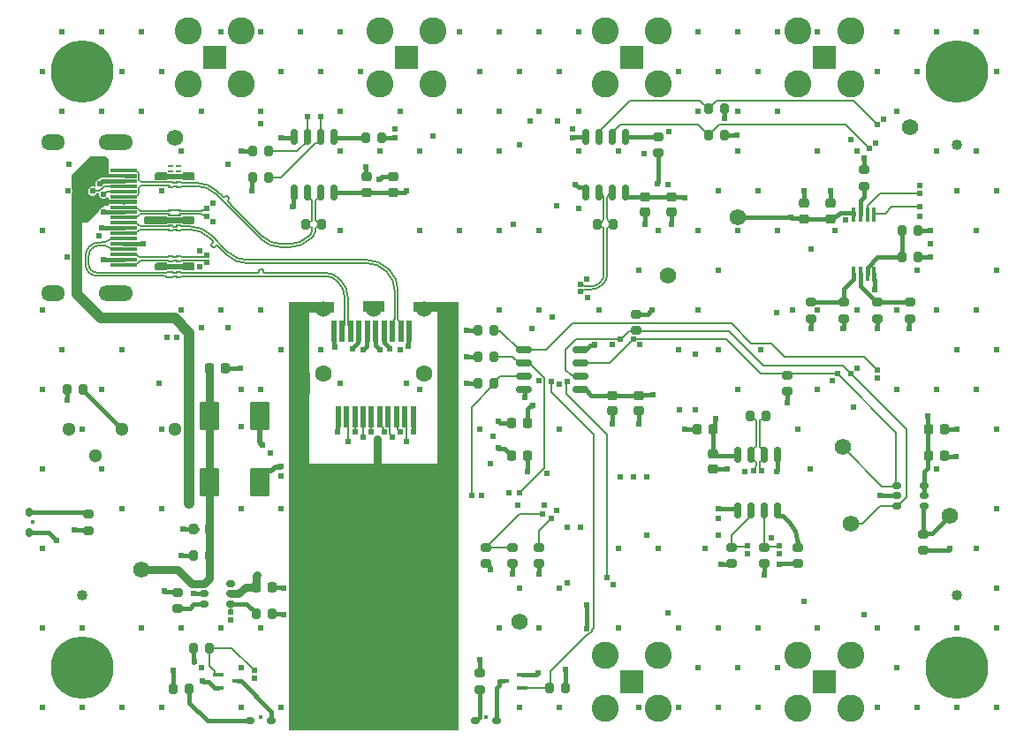
<source format=gbr>
G04*
G04 #@! TF.GenerationSoftware,Altium Limited,Altium Designer,24.8.2 (39)*
G04*
G04 Layer_Physical_Order=1*
G04 Layer_Color=255*
%FSLAX25Y25*%
%MOIN*%
G70*
G04*
G04 #@! TF.SameCoordinates,D82A07EB-257E-4463-BA9E-A140894E8D54*
G04*
G04*
G04 #@! TF.FilePolarity,Positive*
G04*
G01*
G75*
%ADD13C,0.01500*%
%ADD17C,0.02000*%
G04:AMPARAMS|DCode=24|XSize=75mil|YSize=109.84mil|CornerRadius=9.38mil|HoleSize=0mil|Usage=FLASHONLY|Rotation=0.000|XOffset=0mil|YOffset=0mil|HoleType=Round|Shape=RoundedRectangle|*
%AMROUNDEDRECTD24*
21,1,0.07500,0.09109,0,0,0.0*
21,1,0.05625,0.10984,0,0,0.0*
1,1,0.01875,0.02813,-0.04555*
1,1,0.01875,-0.02813,-0.04555*
1,1,0.01875,-0.02813,0.04555*
1,1,0.01875,0.02813,0.04555*
%
%ADD24ROUNDEDRECTD24*%
G04:AMPARAMS|DCode=25|XSize=32.76mil|YSize=25.08mil|CornerRadius=6.27mil|HoleSize=0mil|Usage=FLASHONLY|Rotation=180.000|XOffset=0mil|YOffset=0mil|HoleType=Round|Shape=RoundedRectangle|*
%AMROUNDEDRECTD25*
21,1,0.03276,0.01254,0,0,180.0*
21,1,0.02022,0.02508,0,0,180.0*
1,1,0.01254,-0.01011,0.00627*
1,1,0.01254,0.01011,0.00627*
1,1,0.01254,0.01011,-0.00627*
1,1,0.01254,-0.01011,-0.00627*
%
%ADD25ROUNDEDRECTD25*%
G04:AMPARAMS|DCode=26|XSize=42.91mil|YSize=14.96mil|CornerRadius=3.97mil|HoleSize=0mil|Usage=FLASHONLY|Rotation=180.000|XOffset=0mil|YOffset=0mil|HoleType=Round|Shape=RoundedRectangle|*
%AMROUNDEDRECTD26*
21,1,0.04291,0.00703,0,0,180.0*
21,1,0.03498,0.01496,0,0,180.0*
1,1,0.00793,-0.01749,0.00352*
1,1,0.00793,0.01749,0.00352*
1,1,0.00793,0.01749,-0.00352*
1,1,0.00793,-0.01749,-0.00352*
%
%ADD26ROUNDEDRECTD26*%
G04:AMPARAMS|DCode=27|XSize=53.54mil|YSize=15.35mil|CornerRadius=3.92mil|HoleSize=0mil|Usage=FLASHONLY|Rotation=90.000|XOffset=0mil|YOffset=0mil|HoleType=Round|Shape=RoundedRectangle|*
%AMROUNDEDRECTD27*
21,1,0.05354,0.00752,0,0,90.0*
21,1,0.04571,0.01535,0,0,90.0*
1,1,0.00783,0.00376,0.02286*
1,1,0.00783,0.00376,-0.02286*
1,1,0.00783,-0.00376,-0.02286*
1,1,0.00783,-0.00376,0.02286*
%
%ADD27ROUNDEDRECTD27*%
G04:AMPARAMS|DCode=28|XSize=61.02mil|YSize=23.62mil|CornerRadius=5.91mil|HoleSize=0mil|Usage=FLASHONLY|Rotation=180.000|XOffset=0mil|YOffset=0mil|HoleType=Round|Shape=RoundedRectangle|*
%AMROUNDEDRECTD28*
21,1,0.06102,0.01181,0,0,180.0*
21,1,0.04921,0.02362,0,0,180.0*
1,1,0.01181,-0.02461,0.00591*
1,1,0.01181,0.02461,0.00591*
1,1,0.01181,0.02461,-0.00591*
1,1,0.01181,-0.02461,-0.00591*
%
%ADD28ROUNDEDRECTD28*%
G04:AMPARAMS|DCode=29|XSize=32.28mil|YSize=38.58mil|CornerRadius=8.23mil|HoleSize=0mil|Usage=FLASHONLY|Rotation=180.000|XOffset=0mil|YOffset=0mil|HoleType=Round|Shape=RoundedRectangle|*
%AMROUNDEDRECTD29*
21,1,0.03228,0.02212,0,0,180.0*
21,1,0.01582,0.03858,0,0,180.0*
1,1,0.01647,-0.00791,0.01106*
1,1,0.01647,0.00791,0.01106*
1,1,0.01647,0.00791,-0.01106*
1,1,0.01647,-0.00791,-0.01106*
%
%ADD29ROUNDEDRECTD29*%
%ADD30R,0.01870X0.00787*%
%ADD31R,0.10236X0.01181*%
G04:AMPARAMS|DCode=32|XSize=15.75mil|YSize=15.75mil|CornerRadius=3.94mil|HoleSize=0mil|Usage=FLASHONLY|Rotation=180.000|XOffset=0mil|YOffset=0mil|HoleType=Round|Shape=RoundedRectangle|*
%AMROUNDEDRECTD32*
21,1,0.01575,0.00787,0,0,180.0*
21,1,0.00787,0.01575,0,0,180.0*
1,1,0.00787,-0.00394,0.00394*
1,1,0.00787,0.00394,0.00394*
1,1,0.00787,0.00394,-0.00394*
1,1,0.00787,-0.00394,-0.00394*
%
%ADD32ROUNDEDRECTD32*%
G04:AMPARAMS|DCode=33|XSize=31.5mil|YSize=27.56mil|CornerRadius=6.89mil|HoleSize=0mil|Usage=FLASHONLY|Rotation=180.000|XOffset=0mil|YOffset=0mil|HoleType=Round|Shape=RoundedRectangle|*
%AMROUNDEDRECTD33*
21,1,0.03150,0.01378,0,0,180.0*
21,1,0.01772,0.02756,0,0,180.0*
1,1,0.01378,-0.00886,0.00689*
1,1,0.01378,0.00886,0.00689*
1,1,0.01378,0.00886,-0.00689*
1,1,0.01378,-0.00886,-0.00689*
%
%ADD33ROUNDEDRECTD33*%
%ADD34R,0.01968X0.07874*%
G04:AMPARAMS|DCode=35|XSize=34.25mil|YSize=38.19mil|CornerRadius=8.73mil|HoleSize=0mil|Usage=FLASHONLY|Rotation=90.000|XOffset=0mil|YOffset=0mil|HoleType=Round|Shape=RoundedRectangle|*
%AMROUNDEDRECTD35*
21,1,0.03425,0.02072,0,0,90.0*
21,1,0.01678,0.03819,0,0,90.0*
1,1,0.01747,0.01036,0.00839*
1,1,0.01747,0.01036,-0.00839*
1,1,0.01747,-0.01036,-0.00839*
1,1,0.01747,-0.01036,0.00839*
%
%ADD35ROUNDEDRECTD35*%
G04:AMPARAMS|DCode=36|XSize=34.25mil|YSize=38.19mil|CornerRadius=8.73mil|HoleSize=0mil|Usage=FLASHONLY|Rotation=0.000|XOffset=0mil|YOffset=0mil|HoleType=Round|Shape=RoundedRectangle|*
%AMROUNDEDRECTD36*
21,1,0.03425,0.02072,0,0,0.0*
21,1,0.01678,0.03819,0,0,0.0*
1,1,0.01747,0.00839,-0.01036*
1,1,0.01747,-0.00839,-0.01036*
1,1,0.01747,-0.00839,0.01036*
1,1,0.01747,0.00839,0.01036*
%
%ADD36ROUNDEDRECTD36*%
G04:AMPARAMS|DCode=37|XSize=31.5mil|YSize=27.56mil|CornerRadius=6.89mil|HoleSize=0mil|Usage=FLASHONLY|Rotation=90.000|XOffset=0mil|YOffset=0mil|HoleType=Round|Shape=RoundedRectangle|*
%AMROUNDEDRECTD37*
21,1,0.03150,0.01378,0,0,90.0*
21,1,0.01772,0.02756,0,0,90.0*
1,1,0.01378,0.00689,0.00886*
1,1,0.01378,0.00689,-0.00886*
1,1,0.01378,-0.00689,-0.00886*
1,1,0.01378,-0.00689,0.00886*
%
%ADD37ROUNDEDRECTD37*%
G04:AMPARAMS|DCode=38|XSize=15.75mil|YSize=15.75mil|CornerRadius=3.94mil|HoleSize=0mil|Usage=FLASHONLY|Rotation=90.000|XOffset=0mil|YOffset=0mil|HoleType=Round|Shape=RoundedRectangle|*
%AMROUNDEDRECTD38*
21,1,0.01575,0.00787,0,0,90.0*
21,1,0.00787,0.01575,0,0,90.0*
1,1,0.00787,0.00394,0.00394*
1,1,0.00787,0.00394,-0.00394*
1,1,0.00787,-0.00394,-0.00394*
1,1,0.00787,-0.00394,0.00394*
%
%ADD38ROUNDEDRECTD38*%
G04:AMPARAMS|DCode=39|XSize=32.28mil|YSize=38.58mil|CornerRadius=8.23mil|HoleSize=0mil|Usage=FLASHONLY|Rotation=270.000|XOffset=0mil|YOffset=0mil|HoleType=Round|Shape=RoundedRectangle|*
%AMROUNDEDRECTD39*
21,1,0.03228,0.02212,0,0,270.0*
21,1,0.01582,0.03858,0,0,270.0*
1,1,0.01647,-0.01106,-0.00791*
1,1,0.01647,-0.01106,0.00791*
1,1,0.01647,0.01106,0.00791*
1,1,0.01647,0.01106,-0.00791*
%
%ADD39ROUNDEDRECTD39*%
G04:AMPARAMS|DCode=40|XSize=61.02mil|YSize=23.62mil|CornerRadius=5.91mil|HoleSize=0mil|Usage=FLASHONLY|Rotation=270.000|XOffset=0mil|YOffset=0mil|HoleType=Round|Shape=RoundedRectangle|*
%AMROUNDEDRECTD40*
21,1,0.06102,0.01181,0,0,270.0*
21,1,0.04921,0.02362,0,0,270.0*
1,1,0.01181,-0.00591,-0.02461*
1,1,0.01181,-0.00591,0.02461*
1,1,0.01181,0.00591,0.02461*
1,1,0.01181,0.00591,-0.02461*
%
%ADD40ROUNDEDRECTD40*%
%ADD69C,0.00673*%
%ADD70C,0.00673*%
%ADD71C,0.01533*%
%ADD72C,0.04000*%
%ADD73C,0.00600*%
%ADD74C,0.00800*%
%ADD75C,0.01544*%
%ADD76C,0.03000*%
%ADD77C,0.04000*%
%ADD78C,0.05906*%
%ADD79R,0.07874X0.07874*%
%ADD80O,0.12992X0.05906*%
%ADD81O,0.09055X0.05906*%
%ADD82C,0.06181*%
%ADD83C,0.23622*%
%ADD84C,0.05118*%
%ADD85C,0.06299*%
%ADD86R,0.09055X0.09055*%
%ADD87C,0.10236*%
%ADD88C,0.02400*%
G36*
X162507Y392500D02*
Y390500D01*
X162007Y390000D01*
X157961Y390000D01*
Y390425D01*
X155091D01*
Y390425D01*
X154909D01*
Y390425D01*
X152039D01*
Y390287D01*
X151884Y390256D01*
X151596Y390064D01*
X147936D01*
X147507Y390493D01*
X147507Y392507D01*
X147955Y392955D01*
X148350D01*
X148576Y393000D01*
X152039D01*
Y392575D01*
X154909D01*
Y392575D01*
X155091D01*
Y392575D01*
X157961D01*
Y393000D01*
X162007D01*
X162507Y392500D01*
D02*
G37*
G36*
X233953Y374547D02*
X226087D01*
Y378449D01*
X233953D01*
Y374547D01*
D02*
G37*
G36*
X262000Y216529D02*
X198012D01*
Y378206D01*
X198013Y378209D01*
X215071D01*
Y374283D01*
X205787D01*
Y317620D01*
X205787Y317309D01*
X205787Y317309D01*
X205788Y317287D01*
X205788Y317287D01*
X205797Y317243D01*
X205797Y317243D01*
X205814Y317202D01*
X205815Y317201D01*
X205839Y317164D01*
X205854Y317148D01*
X205854Y317148D01*
X205875Y317129D01*
X205920Y317099D01*
X205971Y317078D01*
X206025Y317067D01*
X206052Y317066D01*
X206052Y317066D01*
X206187Y317066D01*
X254116D01*
Y373807D01*
X254116Y373997D01*
X254244Y374307D01*
X254244Y374307D01*
X254244Y374307D01*
X253744Y374307D01*
X244960Y374307D01*
Y378209D01*
X262000D01*
Y216529D01*
D02*
G37*
G36*
X162507Y426500D02*
Y424500D01*
X162013Y424005D01*
X158195D01*
X157961Y424417D01*
Y424425D01*
X155091D01*
Y424425D01*
X154909D01*
Y424425D01*
X152039D01*
Y424254D01*
X151500D01*
X151500Y424254D01*
X147746D01*
X147507Y424493D01*
X147507Y426507D01*
X148000Y427000D01*
X152039D01*
Y426575D01*
X154909D01*
Y426575D01*
X155091D01*
Y426575D01*
X157961D01*
Y427000D01*
X162007D01*
X162507Y426500D01*
D02*
G37*
G36*
X130000Y432000D02*
Y428807D01*
X129972D01*
Y426626D01*
X140152D01*
X140269Y426566D01*
X140675Y426339D01*
X140685Y426314D01*
X140694Y426310D01*
X140709Y426307D01*
Y424870D01*
X136248D01*
X136087Y424978D01*
X135591Y425076D01*
X127809D01*
X127313Y424978D01*
X126892Y424696D01*
X126685Y424489D01*
X126391D01*
X125766Y424230D01*
X125288Y423752D01*
X125029Y423127D01*
Y422451D01*
X125213Y422007D01*
X125037Y421528D01*
X124965Y421442D01*
X124964Y421441D01*
X124952Y421446D01*
X124338Y421700D01*
X123662D01*
X123037Y421441D01*
X122559Y420963D01*
X122300Y420338D01*
Y419662D01*
X122559Y419037D01*
X123037Y418559D01*
X123662Y418300D01*
X124338D01*
X124963Y418559D01*
X125441Y419037D01*
X125607Y419438D01*
X126079D01*
X126460Y419101D01*
X126475Y418957D01*
Y418411D01*
X126734Y417787D01*
X127212Y417308D01*
X127837Y417049D01*
X128513D01*
X129138Y417308D01*
X129472Y417643D01*
X129972Y417440D01*
Y416784D01*
X140709D01*
Y415028D01*
X129972D01*
Y414528D01*
X128528D01*
X127700Y413700D01*
X127662D01*
X127037Y413441D01*
X126559Y412963D01*
X126300Y412338D01*
Y412300D01*
X122000Y408000D01*
X117000D01*
X116000Y409000D01*
Y412338D01*
X116000Y418796D01*
X116241Y419037D01*
X116500Y419662D01*
Y420338D01*
X116241Y420963D01*
X116000Y421204D01*
X116000Y426000D01*
X123000Y433000D01*
X129000D01*
X130000Y432000D01*
D02*
G37*
G36*
X152039Y410075D02*
X154591D01*
X154909Y410075D01*
X154909Y410075D01*
X155091D01*
Y410075D01*
X155409Y410075D01*
X157961D01*
Y410494D01*
X162013D01*
X162507Y410000D01*
Y408000D01*
X162007Y407500D01*
X161041D01*
X160914Y407510D01*
Y407500D01*
X157961Y407500D01*
Y407925D01*
X155091D01*
Y407925D01*
X154909D01*
Y407925D01*
X152039D01*
Y407521D01*
X147979D01*
X147976Y407524D01*
X147973Y407521D01*
X143979D01*
X143500Y408000D01*
Y410000D01*
X144000Y410500D01*
X152039D01*
Y410075D01*
D02*
G37*
D13*
X392219Y409828D02*
G03*
X392897Y409547I677J677D01*
G01*
X286870Y345000D02*
X287000Y344870D01*
Y342000D02*
Y344870D01*
X310000Y345000D02*
X312047Y342953D01*
X308130Y345000D02*
X310000D01*
X312047Y342953D02*
X320000D01*
X421000Y305000D02*
X426913D01*
X426913Y305001D01*
X421000Y305000D02*
X421000Y305000D01*
X364723Y279172D02*
X365000Y279449D01*
X361172Y279172D02*
X364723D01*
X361000Y279000D02*
X361172Y279172D01*
X160551Y226949D02*
Y232000D01*
Y226949D02*
X167500Y220000D01*
X183212D01*
X154449Y232000D02*
X154474Y232026D01*
Y238974D01*
X154500Y239000D01*
X224311Y308130D02*
X231500Y315319D01*
X215177Y419547D02*
X237500D01*
X241804D01*
X242256Y420000D01*
X242500D01*
X440647Y290647D02*
X447500Y297500D01*
X437500Y290551D02*
X437596Y290647D01*
X440647D01*
X446949Y284449D02*
X447500Y285000D01*
X437500Y284449D02*
X446949D01*
X437543Y290595D02*
Y301217D01*
X437587Y301260D01*
X437500Y290551D02*
X437543Y290595D01*
X270000Y238051D02*
Y243000D01*
X387672Y409828D02*
X392219D01*
X367500Y410000D02*
X387500D01*
X403386Y410434D02*
X404434D01*
X405937Y411937D02*
X411144D01*
X392897Y409547D02*
X402500D01*
X403386Y410434D01*
X404434D02*
X405937Y411937D01*
X411161Y411142D02*
Y411919D01*
X411144Y411937D02*
X411161Y411919D01*
X362488Y441000D02*
X367000D01*
X135586Y415901D02*
X135591Y415906D01*
X157500Y282500D02*
X161949D01*
X182156Y264260D02*
X185601Y260815D01*
X191703Y260500D02*
X195256D01*
X176239Y264260D02*
X182156D01*
X195256Y260500D02*
X195756Y260000D01*
X196000D01*
X185601Y260500D02*
Y260815D01*
X156152Y262449D02*
X160598D01*
X162178Y264028D01*
X165834D01*
X166066Y264260D01*
X179976Y235000D02*
X179980Y234996D01*
Y234996D02*
X191437Y223539D01*
Y220000D02*
Y223539D01*
X179980Y234996D02*
Y234996D01*
X287953Y337671D02*
X289109Y338828D01*
X289828D01*
X290000Y339000D01*
X287953Y332500D02*
Y337671D01*
X333251Y373494D02*
X334756Y375000D01*
X335000D01*
X329006Y373494D02*
X333251D01*
X407272Y368172D02*
Y371721D01*
X407100Y368000D02*
X407272Y368172D01*
X265000Y357500D02*
X268925D01*
X265000Y347500D02*
X269449D01*
X357953Y330000D02*
X358828Y330875D01*
Y333828D01*
X359000Y334000D01*
X357953Y320000D02*
Y330000D01*
X117000Y292000D02*
X117026Y291974D01*
X122474D01*
X122500Y291949D01*
X357953Y320000D02*
X367069D01*
X437587Y308740D02*
Y314011D01*
Y305000D02*
Y308740D01*
X439047Y315472D02*
Y330000D01*
X407272Y371721D02*
X407500Y371949D01*
X432000Y368000D02*
X432172Y368172D01*
Y371621D02*
X432500Y371949D01*
X432172Y368172D02*
Y371621D01*
X342781Y417672D02*
X347328D01*
X342500Y417953D02*
X342781Y417672D01*
X347328D02*
X347500Y417500D01*
X268563Y220000D02*
X270000Y221437D01*
X329000Y373488D02*
X329006Y373494D01*
X282500Y275500D02*
Y279449D01*
X292500Y275500D02*
Y279449D01*
X226000Y360244D02*
X227301Y361545D01*
Y366908D01*
X226000Y360000D02*
Y360244D01*
X386000Y340000D02*
Y344449D01*
X330024Y342976D02*
X335476D01*
X330000Y342953D02*
X330024Y342976D01*
X335476D02*
X335500Y343000D01*
X332500Y417953D02*
X342500D01*
X325000Y418384D02*
X325431Y417953D01*
X325000Y418384D02*
Y419370D01*
X325431Y417953D02*
X332500D01*
X215000Y419370D02*
X215177Y419547D01*
X276437Y220000D02*
Y232520D01*
X277522Y233604D02*
Y234998D01*
X276437Y232520D02*
X277522Y233604D01*
X277524Y235000D02*
X278917D01*
X277522Y234998D02*
X277524Y235000D01*
X270000Y221437D02*
Y231949D01*
X100000Y298937D02*
X121260D01*
X122145Y298051D01*
X122500D01*
X120551Y344645D02*
X135000Y330197D01*
Y330000D02*
Y330197D01*
X120551Y344645D02*
Y345000D01*
X435551Y405000D02*
X440000D01*
X419000Y382900D02*
Y386450D01*
X413721Y384016D02*
X419685Y378051D01*
X418856Y386594D02*
Y388841D01*
Y386594D02*
X419000Y386450D01*
X419685Y378051D02*
X420000D01*
X413721Y384016D02*
Y388858D01*
X418839D02*
X418856Y388841D01*
X413721Y416431D02*
X415000Y417710D01*
X413721Y411142D02*
Y416431D01*
X415000Y417710D02*
Y421949D01*
X420000Y368000D02*
Y371949D01*
X437587Y314011D02*
X439047Y315472D01*
Y330000D02*
X439172Y330125D01*
X439000Y335000D02*
X439172Y334828D01*
Y330125D02*
Y334828D01*
X184172Y424723D02*
X184449Y425000D01*
X184000Y420000D02*
X184172Y420172D01*
Y424723D01*
X415000Y428051D02*
Y432500D01*
X402500Y415453D02*
Y420000D01*
X320000Y342953D02*
X330000D01*
X287953Y320000D02*
X287976Y319976D01*
Y314024D02*
Y319976D01*
Y314024D02*
X288000Y314000D01*
X367069Y320000D02*
X367500Y320431D01*
Y320630D01*
X178583Y235000D02*
X179976D01*
X392500Y415453D02*
Y420000D01*
X387500Y410000D02*
X387672Y409828D01*
X416297Y391300D02*
X419997Y395000D01*
X429449D01*
X420000Y378051D02*
X432500D01*
X435551Y395000D02*
X440000D01*
X416297Y388876D02*
Y391300D01*
X416280Y388858D02*
X416297Y388876D01*
X429449Y395000D02*
Y405000D01*
X395000Y368000D02*
Y371949D01*
Y378051D02*
X407500D01*
Y383287D02*
X411161Y386949D01*
Y388858D01*
X407500Y378051D02*
Y383287D01*
X227301Y366908D02*
X227535Y367142D01*
X230685Y361815D02*
Y367142D01*
Y361815D02*
X232500Y360000D01*
D17*
X188000Y324000D02*
Y324108D01*
X187047Y325061D02*
Y335000D01*
Y325061D02*
X188000Y324108D01*
X187047Y311742D02*
X189797Y314492D01*
X191539D02*
X192971Y315924D01*
X194923D02*
X195000Y316000D01*
X187047Y310000D02*
Y311742D01*
X189797Y314492D02*
X191539D01*
X192971Y315924D02*
X194923D01*
D24*
X187047Y335000D02*
D03*
X167953D02*
D03*
X187047Y310000D02*
D03*
X167953D02*
D03*
D25*
X166066Y271740D02*
D03*
Y268000D02*
D03*
Y264260D02*
D03*
X176239D02*
D03*
Y268000D02*
D03*
Y271740D02*
D03*
X437587Y308740D02*
D03*
Y305000D02*
D03*
Y301260D02*
D03*
X427413D02*
D03*
Y305000D02*
D03*
Y308740D02*
D03*
D26*
X171417Y237559D02*
D03*
Y232441D02*
D03*
X178583Y235000D02*
D03*
X286083Y232441D02*
D03*
Y237559D02*
D03*
X278917Y235000D02*
D03*
D27*
X411161Y411142D02*
D03*
X413721D02*
D03*
X416280D02*
D03*
X418839D02*
D03*
Y388858D02*
D03*
X416280D02*
D03*
X413721D02*
D03*
X411161D02*
D03*
D28*
X286870Y345000D02*
D03*
Y350000D02*
D03*
Y355000D02*
D03*
Y360000D02*
D03*
X308130D02*
D03*
Y355000D02*
D03*
Y350000D02*
D03*
Y345000D02*
D03*
D29*
X269449Y367500D02*
D03*
X275551D02*
D03*
X114449Y345000D02*
D03*
X120551D02*
D03*
X233051Y440000D02*
D03*
X226949D02*
D03*
X435551Y405000D02*
D03*
X429449D02*
D03*
Y395000D02*
D03*
X435551D02*
D03*
X154449Y232000D02*
D03*
X160551D02*
D03*
X362488Y451000D02*
D03*
X356386D02*
D03*
X314449Y407500D02*
D03*
X320551D02*
D03*
X204449D02*
D03*
X210551D02*
D03*
X371949Y335000D02*
D03*
X378051D02*
D03*
X190551Y435000D02*
D03*
X184449D02*
D03*
X362488Y441000D02*
D03*
X356386D02*
D03*
X184449Y425000D02*
D03*
X190551D02*
D03*
X275551Y357500D02*
D03*
X269449D02*
D03*
X161949Y282500D02*
D03*
X168051D02*
D03*
X269449Y347500D02*
D03*
X275551D02*
D03*
X191703Y260500D02*
D03*
X185601D02*
D03*
X296449Y232500D02*
D03*
X302551D02*
D03*
X161949Y247500D02*
D03*
X168051D02*
D03*
D30*
X156526Y425500D02*
D03*
Y427468D02*
D03*
Y429437D02*
D03*
X153474D02*
D03*
Y427468D02*
D03*
Y425500D02*
D03*
X156526Y423531D02*
D03*
Y421563D02*
D03*
X153474Y423531D02*
D03*
Y421563D02*
D03*
Y387563D02*
D03*
Y389531D02*
D03*
Y391500D02*
D03*
Y393468D02*
D03*
Y395437D02*
D03*
X156526Y391500D02*
D03*
Y389531D02*
D03*
Y387563D02*
D03*
Y395437D02*
D03*
Y393468D02*
D03*
X153474Y405063D02*
D03*
Y407031D02*
D03*
Y409000D02*
D03*
Y410968D02*
D03*
Y412937D02*
D03*
X156526D02*
D03*
Y410968D02*
D03*
Y409000D02*
D03*
Y407031D02*
D03*
Y405063D02*
D03*
D31*
X135591Y392284D02*
D03*
Y394252D02*
D03*
Y396220D02*
D03*
Y398189D02*
D03*
Y400157D02*
D03*
Y402126D02*
D03*
Y404095D02*
D03*
Y406063D02*
D03*
Y408032D02*
D03*
Y410000D02*
D03*
Y411969D02*
D03*
Y413937D02*
D03*
Y415906D02*
D03*
Y417874D02*
D03*
Y419842D02*
D03*
Y421811D02*
D03*
Y423779D02*
D03*
Y425748D02*
D03*
Y427716D02*
D03*
D32*
X187500Y221378D02*
D03*
X272500D02*
D03*
D33*
X191437Y220000D02*
D03*
X183563D02*
D03*
X276437D02*
D03*
X268563D02*
D03*
D34*
X215059Y367182D02*
D03*
X218209D02*
D03*
X221359D02*
D03*
X224508D02*
D03*
X227658D02*
D03*
X230807D02*
D03*
X233957D02*
D03*
X237107D02*
D03*
X240256D02*
D03*
X243406D02*
D03*
X244981Y334898D02*
D03*
X241831D02*
D03*
X238682D02*
D03*
X235532D02*
D03*
X232382D02*
D03*
X229233D02*
D03*
X226083D02*
D03*
X222933D02*
D03*
X219784D02*
D03*
X216634D02*
D03*
D35*
X320000Y342953D02*
D03*
Y337047D02*
D03*
X330000Y342953D02*
D03*
Y337047D02*
D03*
X342500Y417953D02*
D03*
Y412047D02*
D03*
X332500Y417953D02*
D03*
Y412047D02*
D03*
X237500Y425453D02*
D03*
Y419547D02*
D03*
X227500Y425453D02*
D03*
Y419547D02*
D03*
X358000Y320953D02*
D03*
Y315047D02*
D03*
X392500Y409547D02*
D03*
Y415453D02*
D03*
X402500Y409547D02*
D03*
Y415453D02*
D03*
D36*
X287953Y320000D02*
D03*
X282047D02*
D03*
X287953Y332500D02*
D03*
X282047D02*
D03*
X357953Y330000D02*
D03*
X352047D02*
D03*
X439547Y320000D02*
D03*
X445453D02*
D03*
X439547Y330000D02*
D03*
X445453D02*
D03*
X167953Y292500D02*
D03*
X162047D02*
D03*
X168047Y353000D02*
D03*
X173953D02*
D03*
X191605Y270500D02*
D03*
X185699D02*
D03*
D37*
X100000Y298937D02*
D03*
Y291063D02*
D03*
D38*
X101378Y295000D02*
D03*
D39*
X122500Y291949D02*
D03*
Y298051D02*
D03*
X337500Y440551D02*
D03*
Y434449D02*
D03*
X390000Y279449D02*
D03*
Y285551D02*
D03*
X329000Y373488D02*
D03*
Y367386D02*
D03*
X386000Y350551D02*
D03*
Y344449D02*
D03*
X395000Y371949D02*
D03*
Y378051D02*
D03*
X420000Y371949D02*
D03*
Y378051D02*
D03*
X415000Y421949D02*
D03*
Y428051D02*
D03*
X407500Y371949D02*
D03*
Y378051D02*
D03*
X432500Y371949D02*
D03*
Y378051D02*
D03*
X292500Y285551D02*
D03*
Y279449D02*
D03*
X282500Y285551D02*
D03*
Y279449D02*
D03*
X270000Y238051D02*
D03*
Y231949D02*
D03*
X272500Y279449D02*
D03*
Y285551D02*
D03*
X377500Y279449D02*
D03*
Y285551D02*
D03*
X437500Y290551D02*
D03*
Y284449D02*
D03*
X365000Y285551D02*
D03*
Y279449D02*
D03*
X156152Y262449D02*
D03*
Y268551D02*
D03*
D40*
X325000Y419370D02*
D03*
X310000D02*
D03*
Y440630D02*
D03*
X325000D02*
D03*
X320000Y419370D02*
D03*
X315000D02*
D03*
Y440630D02*
D03*
X320000D02*
D03*
X215000Y419370D02*
D03*
X200000D02*
D03*
Y440630D02*
D03*
X205000D02*
D03*
X210000D02*
D03*
X215000D02*
D03*
X210000Y419370D02*
D03*
X205000D02*
D03*
X367500Y320630D02*
D03*
X372500D02*
D03*
X377500D02*
D03*
X382500D02*
D03*
Y299370D02*
D03*
X377500D02*
D03*
X372500D02*
D03*
X367500D02*
D03*
D69*
X312012Y382861D02*
G03*
X316306Y384639I0J6072D01*
G01*
X308679Y384619D02*
G03*
X310078Y384039I1399J1399D01*
G01*
X308000Y382000D02*
G03*
X308679Y382281I0J960D01*
G01*
X310078Y382861D02*
G03*
X308679Y382281I0J-1979D01*
G01*
X315481Y385481D02*
G03*
X316911Y388932I-3451J3451D01*
G01*
X312000Y384039D02*
G03*
X315481Y385481I0J4923D01*
G01*
X308679Y384619D02*
G03*
X308000Y384900I-679J-679D01*
G01*
X320000Y419370D02*
G03*
X318105Y417475I0J-1895D01*
G01*
Y409946D02*
G03*
X320551Y407500I2446J0D01*
G01*
X318768Y406421D02*
G03*
X319970Y406919I0J1700D01*
G01*
X318768Y406421D02*
G03*
X318288Y406222I0J-679D01*
G01*
D02*
G03*
X318089Y405742I480J-480D01*
G01*
X165457Y393857D02*
G03*
X165503Y393857I0J1857D01*
G01*
X157925Y393857D02*
G03*
X157121Y393524I0J-1136D01*
G01*
X142162Y393790D02*
G03*
X142167Y393790I0J1211D01*
G01*
X142162Y393790D02*
G03*
X141503Y393344I0J-710D01*
G01*
X376478Y333882D02*
G03*
X377256Y334205I0J1101D01*
G01*
X377500Y321550D02*
G03*
X376958Y322858I-1850J0D01*
G01*
D02*
G03*
X376316Y323124I-642J-642D01*
G01*
X377096Y318540D02*
G03*
X377500Y319515I-975J975D01*
G01*
X376357Y318136D02*
G03*
X376929Y318373I0J809D01*
G01*
X376316Y333882D02*
G03*
X375813Y333674I0J-710D01*
G01*
D02*
G03*
X375605Y333172I502J-502D01*
G01*
X375813Y323332D02*
G03*
X376316Y323124I502J502D01*
G01*
Y318136D02*
G03*
X375813Y317928I0J-710D01*
G01*
X375605Y323834D02*
G03*
X375813Y323332I710J0D01*
G01*
X375605Y316358D02*
G03*
X376028Y315339I1442J0D01*
G01*
X375813Y317928D02*
G03*
X375605Y317425I502J-502D01*
G01*
X376450Y314500D02*
G03*
X376156Y315210I-1005J0D01*
G01*
D02*
G03*
X376156Y315211I-711J-710D01*
G01*
X167000Y410502D02*
G03*
X164961Y411347I-2039J-2039D01*
G01*
X156905D02*
G03*
X156526Y410968I0J-379D01*
G01*
X153474D02*
G03*
X153079Y411363I-395J0D01*
G01*
X142096Y411363D02*
G03*
X142101Y411363I0J1211D01*
G01*
X141098Y410617D02*
G03*
X141467Y410982I-390J761D01*
G01*
X316895Y417475D02*
G03*
X315000Y419370I-1895J0D01*
G01*
X315030Y406919D02*
G03*
X316232Y406421I1202J1202D01*
G01*
X314449Y407500D02*
G03*
X316895Y409946I0J2446D01*
G01*
X316911Y405742D02*
G03*
X316712Y406222I-679J0D01*
G01*
D02*
G03*
X316232Y406421I-480J-480D01*
G01*
X165652Y395039D02*
G03*
X166066Y395180I0J679D01*
G01*
X165652Y395039D02*
G03*
X165605Y395039I0J-1857D01*
G01*
X157121Y395381D02*
G03*
X157956Y395035I835J835D01*
G01*
X165457D02*
G03*
X165473Y395036I0J679D01*
G01*
X141736Y395142D02*
G03*
X142162Y395000I426J569D01*
G01*
X374395Y333172D02*
G03*
X374187Y333674I-710J0D01*
G01*
D02*
G03*
X373684Y333882I-502J-502D01*
G01*
X372744Y334205D02*
G03*
X373522Y333882I778J778D01*
G01*
X373684Y323124D02*
G03*
X374187Y323332I0J710D01*
G01*
X373072Y318372D02*
G03*
X373643Y318136I571J573D01*
G01*
X373684Y323124D02*
G03*
X373042Y322858I0J-908D01*
G01*
X372500Y319515D02*
G03*
X372904Y318540I1379J0D01*
G01*
X373042Y322858D02*
G03*
X372500Y321550I1308J-1308D01*
G01*
X374395Y317425D02*
G03*
X374187Y317928I-710J0D01*
G01*
X373973Y315339D02*
G03*
X374395Y316358I-1021J1019D01*
G01*
X374187Y317928D02*
G03*
X373684Y318136I-502J-502D01*
G01*
X373844Y315211D02*
G03*
X373550Y314500I710J-710D01*
G01*
X164961Y412558D02*
G03*
X167000Y413402I0J2884D01*
G01*
X156526Y412937D02*
G03*
X156905Y412558I379J0D01*
G01*
X153112Y412574D02*
G03*
X153474Y412937I0J363D01*
G01*
X142101Y412574D02*
G03*
X142096Y412574I-5J-1211D01*
G01*
X168795Y403372D02*
G03*
X160914Y406636I-7880J-7880D01*
G01*
X175238Y396929D02*
G03*
X182309Y394000I7071J7071D01*
G01*
X157264Y406834D02*
G03*
X156788Y407031I-477J-477D01*
G01*
X157264Y406834D02*
G03*
X157741Y406636I477J477D01*
G01*
X239148Y371777D02*
G03*
X239641Y370587I1682J0D01*
G01*
X240134Y369398D02*
G03*
X239641Y370587I-1682J0D01*
G01*
X235431Y390736D02*
G03*
X227551Y394000I-7880J-7880D01*
G01*
X239148Y383037D02*
G03*
X236333Y389833I-9611J0D01*
G01*
X153112Y406668D02*
G03*
X153474Y407031I0J363D01*
G01*
X142101Y406668D02*
G03*
X142096Y406668I-5J-1211D01*
G01*
X237477Y370587D02*
G03*
X237970Y371777I-1190J1190D01*
G01*
Y382388D02*
G03*
X235041Y389459I-10000J0D01*
G01*
X237477Y370587D02*
G03*
X236984Y369398I1190J-1190D01*
G01*
X234608Y389892D02*
G03*
X227537Y392821I-7071J-7071D01*
G01*
X174407Y396093D02*
G03*
X182305Y392821I7897J7897D01*
G01*
X157741Y405458D02*
G03*
X157264Y405260I0J-674D01*
G01*
X153474Y405063D02*
G03*
X153079Y405458I-395J0D01*
G01*
X142096Y405458D02*
G03*
X142101Y405458I0J1211D01*
G01*
X156788Y405063D02*
G03*
X157264Y405260I0J674D01*
G01*
X167971Y402529D02*
G03*
X160900Y405458I-7071J-7071D01*
G01*
X141098Y404711D02*
G03*
X141467Y405076I-390J761D01*
G01*
X216650Y385659D02*
G03*
X216735Y385567I1455J1255D01*
G01*
X219159Y379641D02*
G03*
X216735Y385567I-8481J-10D01*
G01*
X128378Y400747D02*
G03*
X128647Y400819I-45J709D01*
G01*
X126420Y400630D02*
G03*
X126463Y400632I0J710D01*
G01*
X126420Y400630D02*
G03*
X121290Y395500I0J-5130D01*
G01*
Y392500D02*
G03*
X125789Y388000I4500J0D01*
G01*
X152184Y387563D02*
G03*
X151128Y388000I-1056J-1056D01*
G01*
X183671Y389152D02*
G03*
X183666Y389152I-5J-1211D01*
G01*
X220369Y379620D02*
G03*
X220369Y379626I-1211J0D01*
G01*
X220369Y379648D02*
G03*
X217599Y386415I-9692J-17D01*
G01*
X220369Y369611D02*
G03*
X221339Y368642I970J0D01*
G01*
X217385Y386661D02*
G03*
X211957Y389152I-5440J-4693D01*
G01*
X217567Y386450D02*
G03*
X217597Y386417I538J464D01*
G01*
X128819Y399462D02*
G03*
X128453Y399539I-325J-632D01*
G01*
X128820Y399461D02*
G03*
X128819Y399462I-326J-631D01*
G01*
X126420Y399420D02*
G03*
X126536Y399423I0J1921D01*
G01*
X126420Y399420D02*
G03*
X122500Y395500I0J-3920D01*
G01*
Y392500D02*
G03*
X125789Y389211I3289J0D01*
G01*
X152638Y389531D02*
G03*
X151864Y389211I0J-1095D01*
G01*
X205533Y417204D02*
G03*
X206232Y416915I699J699D01*
G01*
X205000Y418491D02*
G03*
X205533Y417204I1820J0D01*
G01*
X206712Y416716D02*
G03*
X206232Y416915I-480J-480D01*
G01*
X206911Y416236D02*
G03*
X206712Y416716I-679J0D01*
G01*
X206232Y408579D02*
G03*
X206712Y408778I0J679D01*
G01*
X206712Y406222D02*
G03*
X206232Y406421I-480J-480D01*
G01*
X205030Y406919D02*
G03*
X206232Y406421I1202J1202D01*
G01*
X206911Y405742D02*
G03*
X206712Y406222I-679J0D01*
G01*
X206341Y403840D02*
G03*
X206911Y405217I-1376J1376D01*
G01*
X206020Y408579D02*
G03*
X205181Y408232I0J-1189D01*
G01*
D02*
G03*
X205180Y408231I840J-842D01*
G01*
X198358Y400000D02*
G03*
X205429Y402929I0J10000D01*
G01*
X188083D02*
G03*
X195154Y400000I7071J7071D01*
G01*
X153344Y423400D02*
G03*
X153474Y423531I0J131D01*
G01*
X142279Y423400D02*
G03*
X142274Y423400I-5J-1211D01*
G01*
X141564Y426339D02*
G03*
X141098Y427100I-855J0D01*
G01*
X141564Y424111D02*
G03*
X142274Y423400I710J0D01*
G01*
X171143Y419869D02*
G03*
X163216Y423152I-7927J-7927D01*
G01*
X157207Y423390D02*
G03*
X157820Y423136I613J613D01*
G01*
X208768Y416915D02*
G03*
X209467Y417204I0J988D01*
G01*
X209819Y408232D02*
G03*
X208980Y408579I-840J-842D01*
G01*
X209820Y408231D02*
G03*
X209819Y408232I-841J-841D01*
G01*
X208768Y416915D02*
G03*
X208288Y416716I0J-679D01*
G01*
D02*
G03*
X208089Y416236I480J-480D01*
G01*
Y409258D02*
G03*
X208288Y408778I679J0D01*
G01*
D02*
G03*
X208768Y408579I480J480D01*
G01*
X208768Y406421D02*
G03*
X209970Y406919I0J1700D01*
G01*
X208768Y406421D02*
G03*
X208288Y406222I0J-679D01*
G01*
D02*
G03*
X208089Y405742I480J-480D01*
G01*
X207347Y403180D02*
G03*
X208089Y404973I-1793J1793D01*
G01*
X198364Y398821D02*
G03*
X206258Y402091I0J11163D01*
G01*
X187253Y402093D02*
G03*
X195150Y398821I7897J7897D01*
G01*
X157820Y421958D02*
G03*
X157207Y421704I0J-867D01*
G01*
X153474Y421563D02*
G03*
X152847Y422190I-627J0D01*
G01*
X170287Y419013D02*
G03*
X163216Y421942I-7071J-7071D01*
G01*
X142274Y422190D02*
G03*
X141564Y421479I0J-710D01*
G01*
X141098Y418491D02*
G03*
X141564Y419252I-390J761D01*
G01*
X209467Y417204D02*
G03*
X210000Y418491I-1287J1287D01*
G01*
X206712Y408778D02*
G03*
X206911Y409258I-480J480D01*
G01*
X166066Y393720D02*
G03*
X165635Y393861I-414J-538D01*
G01*
X316833Y385167D02*
G03*
X318089Y388199I-3032J3032D01*
G01*
X141221Y395527D02*
G03*
X141098Y395604I-513J-685D01*
G01*
X141467Y407050D02*
G03*
X142096Y406668I630J329D01*
G01*
Y405458D02*
G03*
X141467Y405076I0J-710D01*
G01*
X218189Y368642D02*
G03*
X219159Y369611I0J970D01*
G01*
X141098Y392900D02*
G03*
X141503Y393344I-390J761D01*
G01*
X216468Y385870D02*
G03*
X211953Y387942I-4524J-3903D01*
G01*
X141467Y412955D02*
G03*
X142096Y412574I630J329D01*
G01*
X374187Y323332D02*
G03*
X374395Y323834I-502J502D01*
G01*
X142096Y411363D02*
G03*
X141467Y410982I0J-710D01*
G01*
X141467Y412955D02*
G03*
X141098Y413320I-758J-396D01*
G01*
X217599Y386415D02*
G03*
X217597Y386417I-864J-847D01*
G01*
X141467Y407050D02*
G03*
X141098Y407415I-758J-396D01*
G01*
X316306Y384639D02*
X316833Y385167D01*
X310078Y384039D02*
X312000D01*
X310078Y382861D02*
X312012D01*
X319970Y406919D02*
X320551Y407500D01*
X318105Y409946D02*
Y417475D01*
X318089Y388199D02*
Y405742D01*
X165503Y393857D02*
X165635Y393860D01*
X157925Y393857D02*
X165457D01*
X156581Y393524D02*
X157121D01*
X142167Y393790D02*
X142186Y393808D01*
X377256Y334205D02*
X378051Y335000D01*
X376316Y333882D02*
X376478D01*
X377500Y320630D02*
Y321550D01*
X376929Y318373D02*
X377096Y318540D01*
X376316Y318136D02*
X376357D01*
X375605Y323834D02*
Y333172D01*
X376028Y315339D02*
X376156Y315210D01*
X375605Y316358D02*
Y317425D01*
X156905Y411347D02*
X164961D01*
X142101Y411363D02*
X153079D01*
X142101Y411363D02*
X142101Y411363D01*
X153474Y410968D02*
X156526D01*
X140353Y410235D02*
X141098Y410617D01*
X316895Y409946D02*
Y417475D01*
X316911Y388932D02*
Y405742D01*
X314449Y407500D02*
X315030Y406919D01*
X166066Y395180D02*
X167000Y395900D01*
X157066Y395437D02*
X157121Y395381D01*
X141221Y395527D02*
X141736Y395142D01*
X165473Y395036D02*
X165605Y395039D01*
X157956Y395035D02*
X165457D01*
X142162Y395000D02*
X142635D01*
X374395Y323834D02*
Y333172D01*
X373522Y333882D02*
X373684D01*
X372904Y318540D02*
X373072Y318372D01*
X372500Y319515D02*
Y320630D01*
Y321550D01*
X374395Y316358D02*
Y317425D01*
X373844Y315211D02*
X373973Y315339D01*
X373643Y318136D02*
X373684D01*
X156905Y412558D02*
X164961D01*
X153474Y412937D02*
X156526D01*
X142101Y412574D02*
X153112D01*
X142101D02*
X142101D01*
X168795Y403372D02*
X175238Y396929D01*
X182309Y394000D02*
X227551D01*
X156526Y407031D02*
X156788D01*
X157741Y406636D02*
X160914D01*
X240134Y367142D02*
Y369398D01*
X235431Y390736D02*
X236333Y389833D01*
X239148Y371777D02*
Y383037D01*
X142101Y406668D02*
X153112D01*
X142101D02*
X142101D01*
X237970Y371777D02*
Y382388D01*
X182305Y392821D02*
X227537D01*
X236984Y367142D02*
Y369398D01*
X234608Y389892D02*
X235041Y389459D01*
X157741Y405458D02*
X160900D01*
X153474Y405063D02*
X154016D01*
X142101Y405458D02*
X153079D01*
X142101Y405458D02*
X142101Y405458D01*
X156526Y405063D02*
X156788D01*
X140353Y404330D02*
X141098Y404711D01*
X219159Y379641D02*
X219159Y379641D01*
X219159Y379620D02*
Y379641D01*
X216468Y385870D02*
X216650Y385659D01*
X128647Y400819D02*
X130828Y401891D01*
X125789Y388000D02*
X151128D01*
X126463Y400632D02*
X128378Y400747D01*
X121290Y392500D02*
Y395500D01*
X152184Y387563D02*
X153474D01*
X211914Y389152D02*
X211957D01*
X183671Y389152D02*
X183840D01*
X220369Y379626D02*
Y379648D01*
X220369Y379648D02*
X220369Y379648D01*
X220369Y369611D02*
Y379620D01*
X217385Y386661D02*
X217567Y386450D01*
X128819Y399462D02*
X128820Y399461D01*
X130078Y398808D01*
X152638Y389531D02*
X153474D01*
X128451Y399539D02*
X128453Y399539D01*
X126536Y399423D02*
X128451Y399539D01*
X122500Y392500D02*
Y395500D01*
X183499Y389152D02*
X183666D01*
X125789Y389211D02*
X151864D01*
X205000Y418491D02*
Y419370D01*
X206911Y409258D02*
Y416236D01*
X206020Y408579D02*
X206232D01*
X206911Y405217D02*
Y405742D01*
X205429Y402929D02*
X206341Y403840D01*
X204449Y407500D02*
X205181Y408232D01*
X176187Y414825D02*
X188083Y402929D01*
X195154Y400000D02*
X198358D01*
X151500Y423400D02*
X153344D01*
X142279Y423400D02*
X151500D01*
X142279D02*
X142279D01*
X141564Y425711D02*
Y426339D01*
X141564Y424111D02*
Y425711D01*
X158195Y423152D02*
X163216D01*
X157820Y423136D02*
X158179D01*
X208768Y408579D02*
X208980D01*
X208089Y409258D02*
Y416236D01*
X209819Y408232D02*
X210551Y407500D01*
X208089Y404973D02*
Y405742D01*
X206258Y402091D02*
X207347Y403180D01*
X195150Y398821D02*
X198364D01*
X157820Y421958D02*
X158179D01*
X158195Y421942D02*
X163216D01*
X157124Y421621D02*
X157207Y421704D01*
X142274Y422190D02*
X152847D01*
X142274Y422190D02*
X142274Y422190D01*
X153474Y421563D02*
X154016D01*
X170287Y419013D02*
X175958Y413342D01*
X141564Y419252D02*
Y421479D01*
X140353Y418109D02*
X141098Y418491D01*
X153474Y389531D02*
X154016D01*
X156526D02*
X157067D01*
X155984D02*
X156526D01*
X377500Y319515D02*
Y320630D01*
X156526Y395437D02*
X157066D01*
X155984D02*
X156526D01*
X153474D02*
X154016D01*
X152933D02*
X153474D01*
X156526Y387563D02*
X157067D01*
X155984D02*
X156526D01*
X153474D02*
X154016D01*
X153474Y393468D02*
X154016D01*
X152933D02*
X153474D01*
X155984Y407031D02*
X156526D01*
X171134Y399366D02*
X173250Y397250D01*
X170576Y399366D02*
X171134D01*
X170029Y398819D02*
X170576Y399366D01*
X169555Y398819D02*
X170029D01*
X168846Y399529D02*
X169555Y398819D01*
X168846Y399529D02*
Y400003D01*
X169393Y400550D01*
Y401107D01*
X167971Y402529D02*
X169393Y401107D01*
X167971Y402529D02*
X167971Y402529D01*
X173250Y397250D02*
X174407Y396093D01*
X176187Y414825D02*
Y414825D01*
X175949Y415063D02*
X176187Y414825D01*
X174985Y416027D02*
X175949Y415063D01*
X174985Y416027D02*
Y416585D01*
X175480Y417080D01*
Y417553D01*
X174770Y418263D02*
X175480Y417553D01*
X174297Y418263D02*
X174770D01*
X173802Y417768D02*
X174297Y418263D01*
X173244Y417768D02*
X173802D01*
X173244Y417768D02*
X173244Y417768D01*
X173006Y418006D02*
X173244Y417768D01*
X173006Y418006D02*
X173006D01*
X188719Y389134D02*
X191915D01*
X188325Y389528D02*
X188719Y389134D01*
X188325Y389528D02*
Y390103D01*
X187990Y390437D02*
X188325Y390103D01*
X186986Y390437D02*
X187990D01*
X186651Y390103D02*
X186986Y390437D01*
X186651Y389528D02*
Y390103D01*
X186257Y389134D02*
X186651Y389528D01*
X185920Y389134D02*
X186257D01*
X191915D02*
X208381D01*
X183859D02*
X185920D01*
X157124Y423473D02*
X157207Y423390D01*
X155984Y405063D02*
X156024D01*
X154413Y405460D02*
X155587D01*
X171143Y419869D02*
X173006Y418006D01*
X154413Y423134D02*
X155587D01*
X154016Y423531D02*
X154413Y423134D01*
X157067Y423531D02*
X157124Y423474D01*
X208400Y389115D02*
X211877D01*
X157067Y389531D02*
X157465Y389134D01*
X155587Y405460D02*
X155984Y405063D01*
X155587Y395039D02*
X155984Y395437D01*
X154413Y387960D02*
X155587D01*
X154016Y387563D02*
X154413Y387960D01*
X154413Y421960D02*
X155587D01*
X154413Y406634D02*
X155587D01*
X154016Y407031D02*
X154413Y406634D01*
X155587D02*
X155984Y407031D01*
X156526Y393468D02*
X156581Y393524D01*
X153474Y407031D02*
X154016D01*
Y405063D02*
X154413Y405460D01*
X157124Y423473D02*
Y423474D01*
X176003Y413342D02*
X187253Y402093D01*
X204449Y407500D02*
X205030Y406919D01*
X210000Y418491D02*
Y419370D01*
X209970Y406919D02*
X210551Y407500D01*
X175958Y413342D02*
X176003D01*
X154413Y389134D02*
X155587D01*
X211877Y389115D02*
X211914Y389152D01*
X155587Y389134D02*
X155984Y389531D01*
X183481Y389134D02*
X183499Y389152D01*
X207895Y387960D02*
X207914Y387942D01*
X154016Y395437D02*
X154413Y395039D01*
X148408Y393866D02*
X152535D01*
X142635Y395000D02*
X142654Y394981D01*
X154016Y393468D02*
X154413Y393866D01*
X158179Y421958D02*
X158195Y421942D01*
X158179Y423136D02*
X158195Y423152D01*
X173006Y418006D02*
Y418006D01*
X156526Y423531D02*
X157067D01*
X155587Y421960D02*
X155984Y421563D01*
X156526D02*
X157067D01*
X154413Y393866D02*
X155587D01*
X183007Y387960D02*
X183009Y387958D01*
X219159Y379620D02*
X219159Y379620D01*
X155984Y393468D02*
X156526D01*
X155587Y393866D02*
X155984Y393468D01*
X152535Y393866D02*
X152933Y393468D01*
X166066Y393720D02*
X167000Y393000D01*
X152535Y395039D02*
X152933Y395437D01*
X147864Y394981D02*
X147922Y395039D01*
X154413D02*
X155587D01*
X148350Y393808D02*
X148408Y393866D01*
X142186Y393808D02*
X148350D01*
X147922Y395039D02*
X152535D01*
X142654Y394981D02*
X147864D01*
X151500Y423400D02*
X151500Y423400D01*
X183348Y387960D02*
X207895D01*
X157067Y387563D02*
X157465Y387960D01*
X183007D01*
X141564Y425711D02*
X141564Y425711D01*
X153474Y423531D02*
X154016D01*
X183009Y387958D02*
X183345D01*
X157465Y389134D02*
X183481D01*
X135591Y417874D02*
X140353Y418109D01*
X130078Y398808D02*
X130828Y398424D01*
X140353Y413702D02*
X141098Y413320D01*
X371949Y335000D02*
X372744Y334205D01*
X130828Y398424D02*
X135591Y398189D01*
X130828Y401891D02*
X135591Y402126D01*
Y427716D02*
X140353Y427481D01*
X141098Y427100D01*
X219159Y369611D02*
Y379620D01*
X135591Y404095D02*
X140353Y404330D01*
X135591Y410000D02*
X140353Y410235D01*
X135591Y408032D02*
X140353Y407796D01*
X141098Y407415D01*
X140353Y392519D02*
X141098Y392900D01*
X135591Y413937D02*
X140353Y413702D01*
X135591Y392284D02*
X140353Y392519D01*
X135591Y396220D02*
X140353Y395985D01*
X141098Y395604D01*
X183345Y387958D02*
X183348Y387960D01*
X207914Y387942D02*
X211953D01*
X155587Y387960D02*
X155984Y387563D01*
X154016Y389531D02*
X154413Y389134D01*
X208381Y389134D02*
X208400Y389115D01*
X183840Y389152D02*
X183859Y389134D01*
X157067Y421563D02*
X157124Y421620D01*
X154016Y421563D02*
X154413Y421960D01*
X157124Y421620D02*
Y421621D01*
X155587Y423134D02*
X155984Y423531D01*
D70*
X130078Y398808D02*
D03*
D71*
X390000Y287728D02*
G03*
X387071Y294799I-10000J0D01*
G01*
X325000Y440630D02*
G03*
X325190Y440551I190J190D01*
G01*
X382915Y297334D02*
X384536D01*
X382500Y297749D02*
Y299370D01*
Y297749D02*
X382915Y297334D01*
X384536D02*
X387071Y294799D01*
X390000Y285551D02*
Y287728D01*
X383683Y279449D02*
X390000D01*
X383000Y279000D02*
X383235D01*
X383683Y279449D01*
X360000Y300000D02*
X367085D01*
X233051Y440000D02*
X238000D01*
X215412D02*
X227500D01*
X305235D02*
X305865Y440630D01*
X305000Y440000D02*
X305235D01*
X305865Y440630D02*
X310000D01*
X200000Y440415D02*
Y440630D01*
X199585Y440000D02*
X200000Y440415D01*
X195000Y440000D02*
X199585D01*
X337000Y422800D02*
Y423035D01*
X337500Y423535D01*
Y434449D01*
X367085Y300000D02*
X367500Y299585D01*
Y299370D02*
Y299585D01*
X325190Y440551D02*
X337500D01*
D72*
X450000Y437500D02*
D03*
X120000Y267500D02*
D03*
X450000D02*
D03*
D73*
X285000Y355000D02*
X286870D01*
X294500Y315500D02*
Y349397D01*
X288897Y355000D02*
X294500Y349397D01*
X285000Y306000D02*
X294500Y315500D01*
X286870Y355000D02*
X288897D01*
X272500Y285551D02*
X272657Y285709D01*
X272689D01*
X274067Y287086D02*
Y287118D01*
X284959Y298010D02*
X293833D01*
X272689Y285709D02*
X274067Y287086D01*
Y287118D02*
X284959Y298010D01*
X272815Y285551D02*
X282500D01*
X407000Y354000D02*
X410000Y351000D01*
X306500Y364000D02*
X323252D01*
X302500Y360000D02*
X306500Y364000D01*
X319000Y355000D02*
X328000Y364000D01*
X302500Y352500D02*
Y360000D01*
X308130Y355000D02*
X319000D01*
X323252Y364000D02*
X326252Y367000D01*
X364000D01*
X307715Y350415D02*
X308130Y350000D01*
X302500Y352500D02*
X304585Y350415D01*
X307715D01*
X295000Y360000D02*
X305000Y370000D01*
X286870Y360000D02*
X295000D01*
X364000Y367000D02*
X377000Y354000D01*
X407000D01*
X405000Y351000D02*
X427152Y328848D01*
X407000Y323500D02*
X421880Y308620D01*
X427293D01*
X427413Y308740D01*
X427152Y309001D02*
Y328848D01*
Y309001D02*
X427413Y308740D01*
Y301260D02*
X427797D01*
X410000Y351000D02*
X431000Y330000D01*
Y304463D02*
Y330000D01*
X427797Y301260D02*
X431000Y304463D01*
X421000Y301000D02*
X427449D01*
X414500Y294500D02*
X421000Y301000D01*
X410000Y294500D02*
X414500D01*
X376000Y351000D02*
X405000D01*
X267000Y305000D02*
Y338634D01*
X275551Y347185D01*
X128579Y421811D02*
X135591D01*
X127518Y420749D02*
X128579Y421811D01*
X126425Y420253D02*
X126921Y420749D01*
X127518D01*
X124253Y420253D02*
X126425D01*
X124000Y420000D02*
X124253Y420253D01*
X220346Y325654D02*
X220500Y325500D01*
X220346Y325654D02*
Y334174D01*
X275551Y357500D02*
X282500D01*
X285000Y355000D01*
X305000Y370000D02*
X365000D01*
X372500Y362500D01*
X380000D01*
X363000Y364000D02*
X376000Y351000D01*
X328000Y364000D02*
X363000D01*
X385000Y357500D02*
X415000D01*
X380000Y362500D02*
X385000Y357500D01*
X415000D02*
X420000Y352500D01*
X275551Y347185D02*
Y347500D01*
X285999Y350000D02*
X286870D01*
X285140Y349141D02*
X285999Y350000D01*
X275551Y347815D02*
X277736Y350000D01*
X286840D01*
X275551Y347500D02*
Y347815D01*
X219661Y334858D02*
X220346Y334174D01*
X237000Y327000D02*
Y327487D01*
X235409Y334858D02*
X236094Y334174D01*
Y328393D02*
Y334174D01*
Y328393D02*
X237000Y327487D01*
X233656Y329344D02*
X234000Y329000D01*
X232260Y331905D02*
X233656Y330510D01*
Y329344D02*
Y330510D01*
X232260Y331905D02*
Y334858D01*
X223000Y329000D02*
Y334669D01*
X222811Y334858D02*
X223000Y334669D01*
X238559Y334858D02*
X239243Y334174D01*
X240000Y329000D02*
Y329487D01*
X239243Y330244D02*
X240000Y329487D01*
X239243Y330244D02*
Y334174D01*
X241709Y334858D02*
X242393Y334174D01*
Y325607D02*
X242500Y325500D01*
X242393Y325607D02*
Y334174D01*
X225980Y327020D02*
Y334839D01*
X225961Y334858D02*
X225980Y334839D01*
Y327020D02*
X226000Y327000D01*
X229055Y334803D02*
X229110Y334858D01*
X229055Y329055D02*
Y334803D01*
X229000Y329000D02*
X229055Y329055D01*
D74*
X275948Y367103D02*
X277897D01*
X285000Y360000D02*
X286870D01*
X275551Y367500D02*
X275948Y367103D01*
X277897D02*
X285000Y360000D01*
X297000Y344000D02*
Y348000D01*
X302694Y343306D02*
Y347694D01*
X303000Y348000D01*
X296689Y238688D02*
X310700Y252700D01*
X311185D02*
X312415Y253930D01*
X310700Y252700D02*
X311185D01*
X312415Y254415D02*
X313000Y255000D01*
X312415Y253930D02*
Y254415D01*
X377500Y285551D02*
Y299370D01*
Y301240D01*
X382776Y285776D02*
X383000Y286000D01*
X377724Y285776D02*
X382776D01*
X377500Y285551D02*
X377724Y285776D01*
X360386Y445000D02*
X408000D01*
X417000Y436000D01*
X323000Y445000D02*
X352386D01*
X356386Y441000D01*
X321164Y443163D02*
X323000Y445000D01*
X296689Y233382D02*
Y238688D01*
X313000Y255000D02*
Y328000D01*
X286083Y232441D02*
X295267D01*
X295882Y233056D02*
Y233382D01*
X295267Y232441D02*
X295882Y233056D01*
Y233382D02*
X296689D01*
X356386Y441000D02*
X360386Y445000D01*
X326769Y454269D02*
X353117D01*
X356386Y451000D01*
X315000Y442500D02*
X326769Y454269D01*
X297000Y344000D02*
X313000Y328000D01*
X302694Y343306D02*
X318000Y328000D01*
X210000Y440630D02*
Y448000D01*
X318000Y274000D02*
Y328000D01*
X176119Y261119D02*
Y264140D01*
X176239Y264260D01*
X176000Y261000D02*
X176119Y261119D01*
X128175Y418749D02*
X128182D01*
X129272Y419839D01*
X135588D01*
X297223Y296400D02*
Y296620D01*
X292500Y291677D02*
X297223Y296400D01*
X190551Y425000D02*
X195000D01*
X208096Y438096D02*
X209233D01*
X195000Y425000D02*
X208096Y438096D01*
X176500Y247500D02*
X185000Y239000D01*
X356386Y451000D02*
X359386Y454000D01*
X411000D01*
X420000Y445000D01*
X436000Y419000D02*
X436306Y419306D01*
X135588Y419839D02*
X135591Y419842D01*
X292500Y285551D02*
Y291677D01*
X425491Y414000D02*
X436000D01*
X419206Y411510D02*
X423000D01*
X425491Y414000D01*
X418839Y411142D02*
X419206Y411510D01*
X421000Y419000D02*
X436000D01*
X416280Y411142D02*
X416367Y411229D01*
Y414367D02*
X421000Y419000D01*
X416367Y411229D02*
Y414367D01*
X205000Y440630D02*
Y448000D01*
X209233Y438096D02*
X210000Y438863D01*
Y440630D01*
X201240Y435000D02*
X205000Y438760D01*
X190551Y435000D02*
X201240D01*
X205000Y438760D02*
Y440630D01*
X320000Y442397D02*
X320767Y443163D01*
X320000Y440630D02*
Y442397D01*
X320767Y443163D02*
X321164D01*
X315000Y440630D02*
Y442500D01*
X365224Y285776D02*
X370776D01*
X365000Y285551D02*
X365224Y285776D01*
X370776D02*
X371000Y286000D01*
X168051Y247500D02*
X176500D01*
X170022Y237561D02*
X170024Y237559D01*
X170022Y237561D02*
Y238955D01*
X168051Y240925D02*
Y247500D01*
X170024Y237559D02*
X171417D01*
X168051Y240925D02*
X170022Y238955D01*
X365000Y290000D02*
X372500Y297500D01*
Y299370D01*
X365000Y285551D02*
Y290000D01*
D75*
X310409Y360409D02*
X311836Y361836D01*
X313336D01*
X313500Y362000D01*
X308539Y360409D02*
X310409D01*
X308130Y360000D02*
X308539Y360409D01*
X310407Y254892D02*
Y263593D01*
X310500Y263685D01*
X310315Y254800D02*
X310407Y254892D01*
X286083Y237559D02*
X291327D01*
X291768Y238000D02*
X292000D01*
X291327Y237559D02*
X291768Y238000D01*
X272500Y279449D02*
X272787D01*
X273626Y278610D01*
Y277546D02*
Y278610D01*
Y277546D02*
X273970Y277202D01*
Y276970D02*
Y277202D01*
X114449Y345000D02*
X114474Y344974D01*
Y341026D02*
X114500Y341000D01*
X114474Y341026D02*
Y344974D01*
X100000Y291063D02*
X107437D01*
X110500Y288000D01*
X167672Y234836D02*
X170067Y232441D01*
X165500Y235000D02*
X165664Y234836D01*
X170067Y232441D02*
X171417D01*
X165664Y234836D02*
X167672D01*
X302526Y232526D02*
X302551Y232500D01*
X302500Y239500D02*
X302526Y239474D01*
Y232526D02*
Y239474D01*
X362494Y447506D02*
Y450994D01*
X362488Y451000D02*
X362494Y450994D01*
Y447506D02*
X362500Y447500D01*
X135559Y406032D02*
X135591Y406063D01*
X127532Y406032D02*
X135559D01*
X127500Y406000D02*
X127532Y406032D01*
X363476Y315024D02*
X363500Y315000D01*
X358024Y315024D02*
X363476D01*
X358000Y315047D02*
X358024Y315024D01*
X227030Y429300D02*
X227194Y429136D01*
Y425759D02*
Y429136D01*
Y425759D02*
X227500Y425453D01*
X232262Y424530D02*
X233185Y425453D01*
X232030Y424530D02*
X232262D01*
X233185Y425453D02*
X237500D01*
X199664Y414164D02*
Y419034D01*
X199500Y414000D02*
X199664Y414164D01*
Y419034D02*
X200000Y419370D01*
X180000Y435000D02*
X184449D01*
X277000Y323000D02*
X277164Y322836D01*
X279353D01*
X195268Y270500D02*
X195768Y270000D01*
X196000D01*
X191605Y270500D02*
X195268D01*
X126819Y422789D02*
X127809Y423779D01*
X126729Y422789D02*
X126819D01*
X127809Y423779D02*
X135591D01*
X173953Y353000D02*
X179750D01*
X216506Y329006D02*
Y334852D01*
X216500Y329000D02*
X216506Y329006D01*
Y334852D02*
X216512Y334858D01*
X162000Y268000D02*
X166066D01*
X155867Y268836D02*
X156152Y268551D01*
X151000Y269000D02*
X151164Y268836D01*
X155867D01*
X265000Y367500D02*
X269449D01*
X445453Y330000D02*
X450000D01*
X445453Y320000D02*
X445584Y319869D01*
X449606D02*
X449737Y319737D01*
X445584Y319869D02*
X449606D01*
X161974Y242026D02*
X162000Y242000D01*
X161974Y242026D02*
Y247474D01*
X158240Y292500D02*
X163287D01*
X382000Y314000D02*
Y314232D01*
X330000Y332000D02*
Y337047D01*
X310000Y419370D02*
Y420991D01*
X307332Y421400D02*
X309591D01*
X306000Y422500D02*
X306232D01*
X307332Y421400D01*
X309591D02*
X310000Y420991D01*
X382000Y314232D02*
X382500Y314732D01*
Y320630D01*
X224173Y362905D02*
Y363977D01*
X222000Y360732D02*
X224173Y362905D01*
X222000Y360500D02*
Y360732D01*
X224173Y363977D02*
X224386Y364189D01*
Y367142D01*
X215149Y361582D02*
Y366929D01*
X214937Y367142D02*
X215149Y366929D01*
Y361582D02*
X215500Y361232D01*
Y361000D02*
Y361232D01*
X234047Y362685D02*
Y366929D01*
X233835Y367142D02*
X234047Y366929D01*
Y362685D02*
X236000Y360732D01*
Y360500D02*
Y360732D01*
X243142Y367000D02*
X243284Y367142D01*
X243142Y361642D02*
Y367000D01*
X243000Y361500D02*
X243142Y361642D01*
X244929Y329071D02*
Y334787D01*
X244858Y334858D02*
X244929Y334787D01*
Y329071D02*
X245000Y329000D01*
X377500Y275000D02*
Y279449D01*
X128146Y394146D02*
X135485D01*
X128000Y394000D02*
X128146Y394146D01*
X135485D02*
X135591Y394252D01*
Y400157D02*
X135669Y400079D01*
X142921D01*
X143000Y400000D01*
X135575Y411984D02*
X135591Y411969D01*
X128016Y411984D02*
X135575D01*
X128000Y412000D02*
X128016Y411984D01*
X342500Y407500D02*
Y412047D01*
X332500Y407500D02*
Y412047D01*
X320000Y332000D02*
Y337047D01*
X282047Y320000D02*
Y320142D01*
X279353Y322836D02*
X282047Y320142D01*
X277232Y333000D02*
X277732Y332500D01*
X282047D01*
X277000Y333000D02*
X277232D01*
X347500Y330000D02*
X352047D01*
X161949Y247500D02*
X161974Y247474D01*
D76*
X231500Y315319D02*
Y326500D01*
X142500Y277000D02*
X156000D01*
X161260Y271740D02*
X166066D01*
X156000Y277000D02*
X161260Y271740D01*
X185912Y270713D02*
Y274912D01*
X185699Y270500D02*
X185912Y270713D01*
Y274912D02*
X186000Y275000D01*
X179237Y268000D02*
X181737Y270500D01*
X176239Y268000D02*
X179237D01*
X181737Y270500D02*
X185699D01*
X168051Y273726D02*
Y282500D01*
X166066Y271740D02*
X168051Y273726D01*
X167953Y292500D02*
Y310000D01*
Y282929D02*
Y292500D01*
Y310000D02*
Y335000D01*
Y352500D01*
X208198Y376322D02*
X208512Y376009D01*
X210566D01*
D77*
X160450Y357000D02*
Y366550D01*
X118000Y408726D02*
X119000Y409726D01*
X118000Y381000D02*
Y408726D01*
X124897Y415897D02*
X124901Y415901D01*
X118000Y381000D02*
X127000Y372000D01*
X160450Y323000D02*
Y356450D01*
Y313100D02*
Y323000D01*
X155000Y372000D02*
X160450Y366550D01*
X127000Y372000D02*
X155000D01*
X119000Y409726D02*
Y415619D01*
Y421141D02*
X124858Y427000D01*
X119000Y415619D02*
Y421141D01*
X124619Y415619D02*
X124897Y415897D01*
X125000Y427000D02*
Y427275D01*
X119000Y415619D02*
X124619D01*
X125000Y427275D02*
X127704Y429979D01*
X160450Y302000D02*
Y313100D01*
X124858Y427000D02*
X125000D01*
D78*
X211122Y375453D02*
D03*
X230020D02*
D03*
X248917D02*
D03*
X201949Y319153D02*
D03*
X258051D02*
D03*
Y337657D02*
D03*
Y357343D02*
D03*
X201949Y337657D02*
D03*
Y357343D02*
D03*
D79*
X258051Y249075D02*
D03*
Y288445D02*
D03*
X235728Y229390D02*
D03*
X201949D02*
D03*
Y268760D02*
D03*
Y308130D02*
D03*
X224311D02*
D03*
X245571D02*
D03*
X258051Y327815D02*
D03*
Y367185D02*
D03*
X201949Y347500D02*
D03*
D80*
X132598Y381457D02*
D03*
Y438543D02*
D03*
D81*
X109134Y381457D02*
D03*
Y438543D02*
D03*
D82*
X142500Y277000D02*
D03*
X341000Y388000D02*
D03*
X367500Y410000D02*
D03*
X410000Y294500D02*
D03*
X407000Y323500D02*
D03*
X432500Y444000D02*
D03*
X285000Y257500D02*
D03*
X155000Y440000D02*
D03*
X447500Y297500D02*
D03*
D83*
X120000Y465200D02*
D03*
X450000D02*
D03*
Y240000D02*
D03*
X120000D02*
D03*
D84*
X135000Y330000D02*
D03*
X125000Y320000D02*
D03*
X115000Y330000D02*
D03*
X155000D02*
D03*
D85*
X211122Y351040D02*
D03*
X248918D02*
D03*
D86*
X327500Y234806D02*
D03*
Y470394D02*
D03*
X400000D02*
D03*
X242500D02*
D03*
X170000D02*
D03*
X400000Y234806D02*
D03*
D87*
X317500Y224806D02*
D03*
Y244806D02*
D03*
X337500Y224806D02*
D03*
Y244806D02*
D03*
Y480394D02*
D03*
Y460394D02*
D03*
X317500Y480394D02*
D03*
Y460394D02*
D03*
X410000Y480394D02*
D03*
Y460394D02*
D03*
X390000Y480394D02*
D03*
Y460394D02*
D03*
X252500Y480394D02*
D03*
Y460394D02*
D03*
X232500Y480394D02*
D03*
Y460394D02*
D03*
X180000Y480394D02*
D03*
Y460394D02*
D03*
X160000Y480394D02*
D03*
Y460394D02*
D03*
X390000Y224806D02*
D03*
Y244806D02*
D03*
X410000Y224806D02*
D03*
Y244806D02*
D03*
D88*
X287000Y342000D02*
D03*
X292500Y348569D02*
D03*
X310750Y379932D02*
D03*
X308000Y382000D02*
D03*
X394800Y315000D02*
D03*
X295414Y313586D02*
D03*
X297000Y348000D02*
D03*
X300000Y347000D02*
D03*
X320000Y362000D02*
D03*
X313500D02*
D03*
X323000Y364000D02*
D03*
X303000Y348000D02*
D03*
X421000Y305000D02*
D03*
X411000Y338500D02*
D03*
X410000Y351000D02*
D03*
X405000D02*
D03*
X310500Y263685D02*
D03*
X310315Y254800D02*
D03*
X292000Y238000D02*
D03*
X273970Y276970D02*
D03*
X270800Y305154D02*
D03*
X267000Y305000D02*
D03*
X333000Y312000D02*
D03*
X328000D02*
D03*
X281000Y306000D02*
D03*
X285000D02*
D03*
X361000Y279000D02*
D03*
X341036Y260760D02*
D03*
X360000Y255000D02*
D03*
X380000Y289000D02*
D03*
X383000Y286000D02*
D03*
Y283000D02*
D03*
Y279000D02*
D03*
X355000Y285000D02*
D03*
X360000Y290000D02*
D03*
Y296500D02*
D03*
Y300000D02*
D03*
X415000Y260000D02*
D03*
X410000Y439500D02*
D03*
X341500Y442500D02*
D03*
X187500Y445500D02*
D03*
X252500Y440740D02*
D03*
X465000Y465000D02*
D03*
Y255000D02*
D03*
Y225000D02*
D03*
X457500Y480000D02*
D03*
X450000Y255000D02*
D03*
Y225000D02*
D03*
X442500Y480000D02*
D03*
X435000Y465000D02*
D03*
Y255000D02*
D03*
Y225000D02*
D03*
X427500Y480000D02*
D03*
X420000Y465000D02*
D03*
X427500Y450000D02*
D03*
X420000Y255000D02*
D03*
X427500Y240000D02*
D03*
X420000Y225000D02*
D03*
X397500Y480000D02*
D03*
X382500D02*
D03*
X375000Y465000D02*
D03*
X382500Y450000D02*
D03*
X375000Y255000D02*
D03*
X382500Y240000D02*
D03*
X375000Y225000D02*
D03*
X367500Y480000D02*
D03*
X360000Y465000D02*
D03*
X367500Y450000D02*
D03*
Y240000D02*
D03*
X360000Y225000D02*
D03*
X352500Y480000D02*
D03*
X345000Y465000D02*
D03*
X352500Y450000D02*
D03*
X345000Y255000D02*
D03*
X352500Y240000D02*
D03*
X345000Y225000D02*
D03*
X330000D02*
D03*
X307500Y480000D02*
D03*
X300000Y465000D02*
D03*
X307500Y450000D02*
D03*
X300000Y225000D02*
D03*
X292500Y480000D02*
D03*
X285000Y465000D02*
D03*
X292500Y450000D02*
D03*
X285000Y225000D02*
D03*
X277500Y480000D02*
D03*
X270000Y465000D02*
D03*
X277500Y450000D02*
D03*
X262500Y480000D02*
D03*
Y450000D02*
D03*
X255000Y225000D02*
D03*
X225000Y465000D02*
D03*
Y225000D02*
D03*
X217500Y480000D02*
D03*
X210000Y465000D02*
D03*
X217500Y450000D02*
D03*
X210000Y225000D02*
D03*
X202500Y480000D02*
D03*
X195000Y465000D02*
D03*
Y225000D02*
D03*
X187500Y480000D02*
D03*
Y450000D02*
D03*
X180000Y225000D02*
D03*
X172500Y480000D02*
D03*
X150000Y465000D02*
D03*
Y225000D02*
D03*
X142500Y480000D02*
D03*
X135000Y465000D02*
D03*
X142500Y450000D02*
D03*
X135000Y225000D02*
D03*
X127500Y480000D02*
D03*
Y450000D02*
D03*
X120000Y255000D02*
D03*
Y225000D02*
D03*
X112500Y480000D02*
D03*
X105000Y465000D02*
D03*
X112500Y450000D02*
D03*
X105000Y405000D02*
D03*
Y375000D02*
D03*
X112500Y360000D02*
D03*
X105000Y345000D02*
D03*
Y315000D02*
D03*
Y285000D02*
D03*
Y255000D02*
D03*
Y225000D02*
D03*
X465000Y420000D02*
D03*
Y390000D02*
D03*
Y360000D02*
D03*
Y330000D02*
D03*
Y300000D02*
D03*
Y270000D02*
D03*
X457500Y435000D02*
D03*
X450000Y420000D02*
D03*
X457500Y405000D02*
D03*
Y375000D02*
D03*
X450000Y360000D02*
D03*
X457500Y345000D02*
D03*
Y285000D02*
D03*
X442500Y435000D02*
D03*
X435000Y390000D02*
D03*
X442500Y375000D02*
D03*
Y345000D02*
D03*
Y315000D02*
D03*
X427500Y375000D02*
D03*
Y345000D02*
D03*
X412500Y435000D02*
D03*
Y375000D02*
D03*
X397500Y435000D02*
D03*
Y375000D02*
D03*
Y345000D02*
D03*
X390000Y330000D02*
D03*
X397500Y255000D02*
D03*
X375000Y420000D02*
D03*
X382500Y405000D02*
D03*
X367500Y435000D02*
D03*
X360000Y420000D02*
D03*
X367500Y405000D02*
D03*
X360000Y390000D02*
D03*
Y360000D02*
D03*
X367500Y345000D02*
D03*
X352500Y405000D02*
D03*
Y375000D02*
D03*
X345000Y360000D02*
D03*
X337500Y405000D02*
D03*
X330000Y390000D02*
D03*
X337500Y285000D02*
D03*
X322500Y435000D02*
D03*
Y285000D02*
D03*
Y255000D02*
D03*
X307500Y435000D02*
D03*
X300000Y330000D02*
D03*
Y270000D02*
D03*
X292500Y405000D02*
D03*
Y375000D02*
D03*
X285000Y270000D02*
D03*
X292500Y255000D02*
D03*
X277500Y435000D02*
D03*
Y405000D02*
D03*
Y375000D02*
D03*
X270000Y330000D02*
D03*
X277500Y255000D02*
D03*
X262500Y435000D02*
D03*
Y405000D02*
D03*
X240000Y450000D02*
D03*
X247500Y435000D02*
D03*
Y405000D02*
D03*
X240000Y360000D02*
D03*
X247500Y345000D02*
D03*
X232500Y435000D02*
D03*
X217500D02*
D03*
Y405000D02*
D03*
X210000Y360000D02*
D03*
X195000D02*
D03*
Y300000D02*
D03*
X187500Y375000D02*
D03*
Y345000D02*
D03*
X180000Y300000D02*
D03*
X187500Y255000D02*
D03*
X180000Y240000D02*
D03*
X165000Y450000D02*
D03*
X172500Y375000D02*
D03*
Y255000D02*
D03*
X165000Y240000D02*
D03*
X157500Y435000D02*
D03*
X150000Y420000D02*
D03*
X157500Y375000D02*
D03*
X150000Y330000D02*
D03*
Y300000D02*
D03*
X157500Y255000D02*
D03*
X135000Y360000D02*
D03*
Y300000D02*
D03*
X142500Y255000D02*
D03*
X127500Y345000D02*
D03*
X120000Y330000D02*
D03*
X127500Y315000D02*
D03*
X114500Y341000D02*
D03*
X110500Y288000D02*
D03*
X165500Y235000D02*
D03*
X302500Y239500D02*
D03*
X299500Y446500D02*
D03*
X289000D02*
D03*
X362500Y447500D02*
D03*
X127500Y406000D02*
D03*
X126500Y403000D02*
D03*
X154500Y239000D02*
D03*
X148962Y347436D02*
D03*
X146102Y409000D02*
D03*
X150000D02*
D03*
X114300Y395000D02*
D03*
X289780Y368220D02*
D03*
X330500Y362000D02*
D03*
X370000Y314000D02*
D03*
X363500Y315000D02*
D03*
X420000Y349500D02*
D03*
X403000Y348500D02*
D03*
X412500Y353000D02*
D03*
X371000Y283000D02*
D03*
X299000Y299500D02*
D03*
X294500Y301500D02*
D03*
X320500Y271500D02*
D03*
X176000Y258000D02*
D03*
X185000Y236000D02*
D03*
X195000Y312500D02*
D03*
X191000Y321000D02*
D03*
X436000Y410500D02*
D03*
Y422000D02*
D03*
X419500Y438000D02*
D03*
X422500Y447000D02*
D03*
X341000Y422500D02*
D03*
X305000Y443500D02*
D03*
X238000D02*
D03*
Y440000D02*
D03*
X310574Y386779D02*
D03*
X164500Y397500D02*
D03*
Y391500D02*
D03*
X169500Y408500D02*
D03*
X169324Y415347D02*
D03*
X227030Y429300D02*
D03*
X232030Y424530D02*
D03*
X199500Y414000D02*
D03*
X242500Y420000D02*
D03*
X210000Y448000D02*
D03*
X160450Y357000D02*
D03*
X305000Y440000D02*
D03*
X332000Y434000D02*
D03*
X175000Y430000D02*
D03*
X180000Y435000D02*
D03*
X195000Y440000D02*
D03*
X282800Y407500D02*
D03*
X447500Y285000D02*
D03*
X270000Y243000D02*
D03*
X392500Y265000D02*
D03*
X318000Y274000D02*
D03*
X160450Y360000D02*
D03*
X155675Y364800D02*
D03*
X152000D02*
D03*
X277000Y323000D02*
D03*
X176000Y261000D02*
D03*
X196000Y270000D02*
D03*
X408000Y409200D02*
D03*
X299000Y414500D02*
D03*
X337000Y422800D02*
D03*
X367000Y441000D02*
D03*
X303000Y293000D02*
D03*
Y272000D02*
D03*
X126729Y422789D02*
D03*
X128175Y418749D02*
D03*
X124897Y415897D02*
D03*
X124000Y420000D02*
D03*
X114800D02*
D03*
X179750Y353000D02*
D03*
X160450Y313100D02*
D03*
Y302000D02*
D03*
X188000Y324000D02*
D03*
X216500Y329000D02*
D03*
X220500Y325500D02*
D03*
X180000Y331000D02*
D03*
X186000Y275000D02*
D03*
X196000Y260000D02*
D03*
X151000Y269000D02*
D03*
X157500Y282500D02*
D03*
X162000Y268000D02*
D03*
X217500Y347500D02*
D03*
X242500D02*
D03*
X180000Y345000D02*
D03*
X290000Y339000D02*
D03*
X335000Y375000D02*
D03*
X315000D02*
D03*
X407100Y368000D02*
D03*
X420000Y352500D02*
D03*
X265000Y367500D02*
D03*
Y357500D02*
D03*
Y347500D02*
D03*
X382000Y374000D02*
D03*
X450000Y330000D02*
D03*
X449737Y319737D02*
D03*
X297223Y296620D02*
D03*
X115000Y430000D02*
D03*
X359000Y334000D02*
D03*
X162500Y242500D02*
D03*
X158240Y292500D02*
D03*
X185000Y239000D02*
D03*
X117000Y292000D02*
D03*
X382000Y314000D02*
D03*
X330000Y332000D02*
D03*
X284500Y301500D02*
D03*
X432000Y368000D02*
D03*
X308000Y384900D02*
D03*
X160039Y391573D02*
D03*
X285000Y437500D02*
D03*
X306000Y422500D02*
D03*
X347500Y417500D02*
D03*
X307500Y413500D02*
D03*
X282500Y275500D02*
D03*
X292500D02*
D03*
X222000Y360500D02*
D03*
X226000Y360000D02*
D03*
X215500Y361000D02*
D03*
X236000Y360500D02*
D03*
X243000Y361500D02*
D03*
X245000Y329000D02*
D03*
X275000Y327500D02*
D03*
X150000Y391500D02*
D03*
X160039Y425573D02*
D03*
X150000Y425500D02*
D03*
X386000Y340000D02*
D03*
X404000Y405000D02*
D03*
X395000Y398000D02*
D03*
X335500Y343000D02*
D03*
X175000Y368500D02*
D03*
X165000D02*
D03*
X333000Y290000D02*
D03*
X377500Y275000D02*
D03*
X128000Y394000D02*
D03*
X143000Y400000D02*
D03*
X128000Y412000D02*
D03*
X125000Y427000D02*
D03*
X342500Y407500D02*
D03*
X332500D02*
D03*
X167000Y410502D02*
D03*
Y413402D02*
D03*
X293833Y298010D02*
D03*
X328000Y364000D02*
D03*
X376000Y360000D02*
D03*
X351500Y358500D02*
D03*
X440000Y400000D02*
D03*
Y405000D02*
D03*
X436000Y414000D02*
D03*
X419000Y382900D02*
D03*
X436000Y419000D02*
D03*
X420000Y368000D02*
D03*
X439000Y335000D02*
D03*
X184000Y420000D02*
D03*
X205000Y448000D02*
D03*
X415000Y432500D02*
D03*
X417000Y436000D02*
D03*
X420000Y445000D02*
D03*
X402500Y420000D02*
D03*
X320000Y332000D02*
D03*
X323000Y312000D02*
D03*
X288000Y314000D02*
D03*
X274000Y317000D02*
D03*
X277000Y333000D02*
D03*
X297500Y372500D02*
D03*
X351500Y337500D02*
D03*
X345500D02*
D03*
X347500Y330000D02*
D03*
X371000Y286000D02*
D03*
X308000Y293000D02*
D03*
X392500Y420000D02*
D03*
X387500Y410000D02*
D03*
X440000Y395000D02*
D03*
X388000Y375000D02*
D03*
X395000Y368000D02*
D03*
X160450Y323000D02*
D03*
X195000Y316000D02*
D03*
X232500Y360000D02*
D03*
X376450Y314500D02*
D03*
X373550D02*
D03*
X237000Y327000D02*
D03*
X234000Y329000D02*
D03*
X226000Y327000D02*
D03*
X223000Y329000D02*
D03*
X231500Y326500D02*
D03*
X240000Y329000D02*
D03*
X242500Y325500D02*
D03*
X229000Y329000D02*
D03*
X167000Y393000D02*
D03*
Y395900D02*
D03*
M02*

</source>
